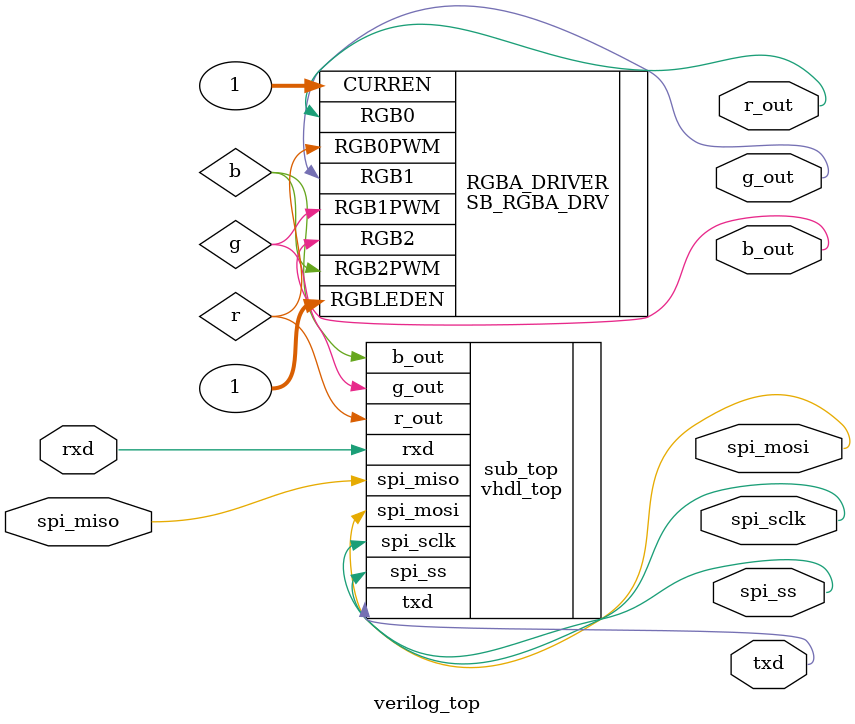
<source format=v>

module verilog_top
  (
   //spi
   spi_mosi,
   spi_miso,
   spi_ss,
   spi_sclk,

   //uart
   txd ,
   rxd ,

   //led
   r_out,
   g_out,
   b_out

   );
   output      spi_mosi;
   input       spi_miso;
   output      spi_ss  ;
   output      spi_sclk;
   output 		txd ;
   input 		rxd ;
   output r_out;
   output g_out;
   output b_out;


	wire r,g,b;

	vhdl_top
	  sub_top (
				  .spi_mosi(spi_mosi),
				  .spi_miso(spi_miso),
				  .spi_ss(spi_ss),
				  .spi_sclk(spi_sclk),

				  //uart	 //uart
				  .txd (txd ),
				  .rxd (rxd ),

				  //led	 //led
				  .r_out (r),
				  .g_out (g),
				  .b_out (b)
				  );

	SB_RGBA_DRV RGBA_DRIVER (
									 .CURREN(1),
									 .RGBLEDEN(1),
									 .RGB0PWM(r),
									 .RGB1PWM(g),
									 .RGB2PWM(b),
									 .RGB0(r_out),
									 .RGB1(g_out),
									 .RGB2(b_out)
									 );
	defparam RGBA_DRIVER.CURRENT_MODE = "0b0";
	defparam	RGBA_DRIVER.RGB0_CURRENT =	"0b111111";
	defparam	RGBA_DRIVER.RGB1_CURRENT =	"0b111111" ;
	defparam	RGBA_DRIVER.RGB2_CURRENT =	"0b111111";

endmodule

</source>
